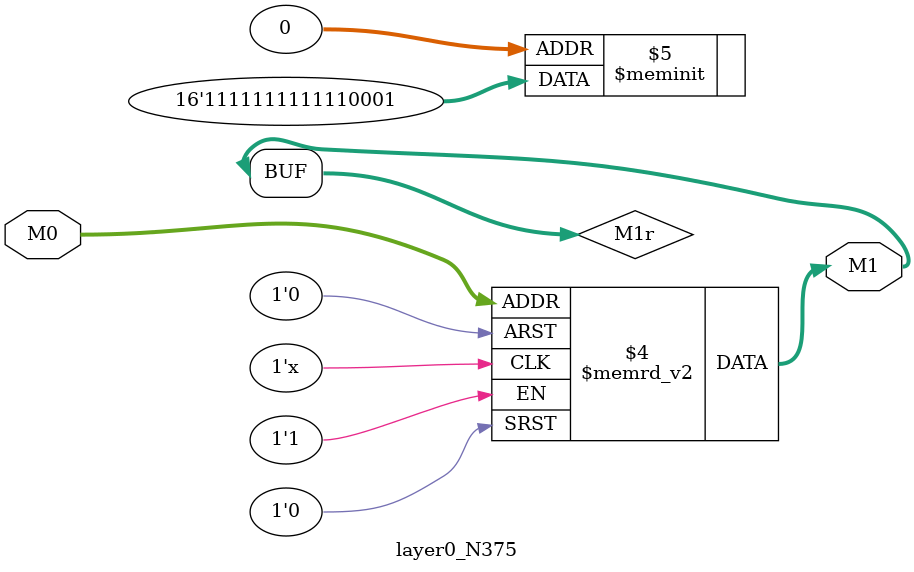
<source format=v>
module layer0_N375 ( input [2:0] M0, output [1:0] M1 );

	(*rom_style = "distributed" *) reg [1:0] M1r;
	assign M1 = M1r;
	always @ (M0) begin
		case (M0)
			3'b000: M1r = 2'b01;
			3'b100: M1r = 2'b11;
			3'b010: M1r = 2'b11;
			3'b110: M1r = 2'b11;
			3'b001: M1r = 2'b00;
			3'b101: M1r = 2'b11;
			3'b011: M1r = 2'b11;
			3'b111: M1r = 2'b11;

		endcase
	end
endmodule

</source>
